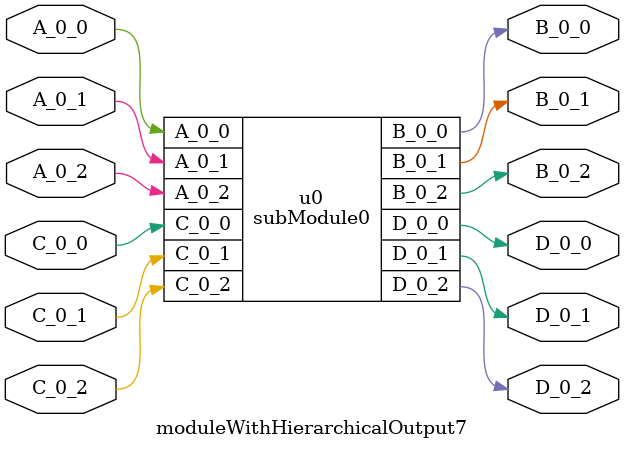
<source format=v>
module subModule2(input A_0_0, input A_0_1, input A_0_2,
                  output B_0_0, output B_0_1, output B_0_2,
                  input C_0_0, input C_0_1, input C_0_2,
                  output D_0_0, output D_0_1, output D_0_2);
  assign {A_0_0, A_0_1, A_0_2} =  {B_0_0, B_0_1, B_0_2};
  assign {C_0_0, C_0_1, C_0_2} =  {D_0_0, D_0_1, D_0_2};
endmodule

module subModule1(input A_0_0, input A_0_1, input A_0_2,
                  output B_0_0, output B_0_1, output B_0_2,
                  input C_0_0, input C_0_1, input C_0_2,
                  output D_0_0, output D_0_1, output D_0_2);
  subModule2 u2(A_0_0, A_0_1, A_0_2,
                B_0_0, B_0_1, B_0_2,
                C_0_0, C_0_1, C_0_2,
                D_0_0, D_0_1, D_0_2);
endmodule

module subModule0(input A_0_0, input A_0_1, input A_0_2,
                  output B_0_0, output B_0_1, output B_0_2,
                  input C_0_0, input C_0_1, input C_0_2,
                  output D_0_0, output D_0_1, output D_0_2);
  subModule1 u1(A_0_0, A_0_1, A_0_2,
                B_0_0, B_0_1, B_0_2,
                C_0_0, C_0_1, C_0_2,
                D_0_0, D_0_1, D_0_2);
endmodule

module moduleWithHierarchicalOutput7(
                  input A_0_0, input A_0_1, input A_0_2,
                  output B_0_0, output B_0_1, output B_0_2,
                  input C_0_0, input C_0_1, input C_0_2,
                  output D_0_0, output D_0_1, output D_0_2);
  subModule0 u0(A_0_0, A_0_1, A_0_2,
                B_0_0, B_0_1, B_0_2,
                C_0_0, C_0_1, C_0_2,
                D_0_0, D_0_1, D_0_2);
endmodule


</source>
